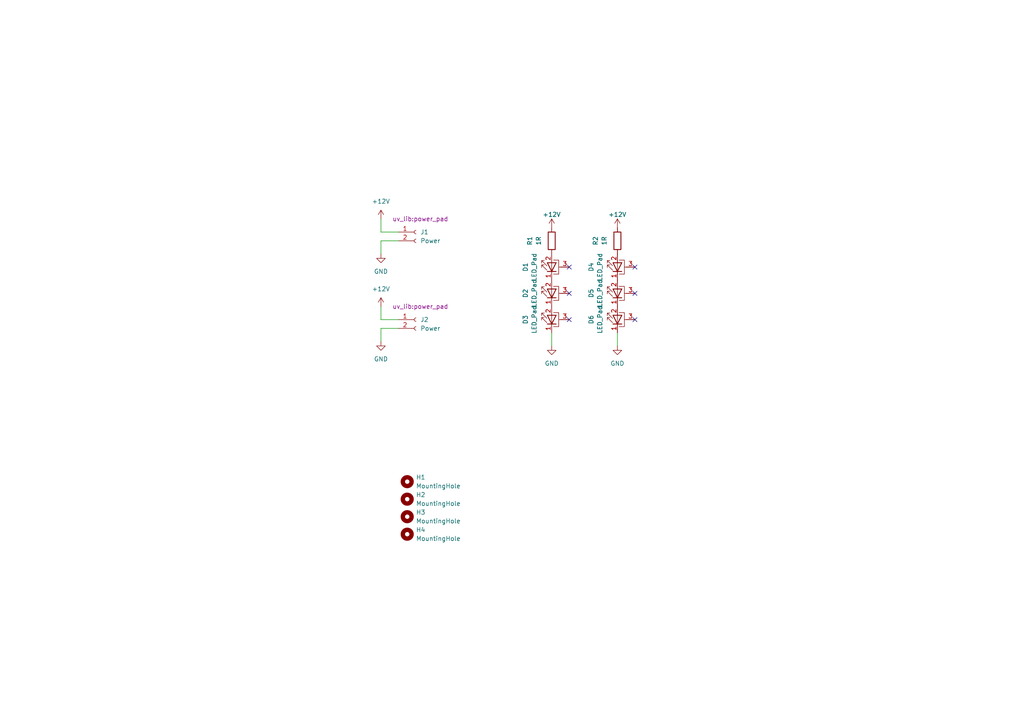
<source format=kicad_sch>
(kicad_sch (version 20211123) (generator eeschema)
  (paper "A4")
  (lib_symbols
    (symbol "Connector:Conn_01x02_Female" (pin_names (offset 1.016) hide)
      (property "Reference" "J" (at 0 2.54 0))
      (property "Value" "Conn_01x02_Female" (at 0 -5.08 0))
      (symbol "Conn_01x02_Female_1_1"
        (arc (start 0 -2.032) (mid -0.508 -2.54) (end 0 -3.048) (stroke (width 0.1524)))
        (polyline (pts (xy -1.27 -2.54) (xy -0.508 -2.54)) (stroke (width 0.1524)))
        (polyline (pts (xy -1.27 0) (xy -0.508 0)) (stroke (width 0.1524)))
        (arc (start 0 0.508) (mid -0.508 0) (end 0 -0.508) (stroke (width 0.1524)))
        (pin passive line (at -5.08 0 0) (length 3.81) (name "Pin_1") (number "1"))
        (pin passive line (at -5.08 -2.54 0) (length 3.81) (name "Pin_2") (number "2"))
      )
    )
    (symbol "Device:LED_Pad" (pin_names (offset 1.016) hide)
      (property "Reference" "D" (at 0 5.715 0))
      (property "Value" "LED_Pad" (at 0 3.81 0))
      (symbol "LED_Pad_0_1"
        (polyline (pts (xy -1.27 -1.27) (xy -1.27 1.27)) (stroke (width 0.254)))
        (polyline (pts (xy -1.27 0) (xy 1.27 0)))
        (polyline (pts (xy 0 -2.54) (xy 0 -2.032)))
        (polyline (pts (xy -2.032 -0.508) (xy -2.032 -2.032) (xy 2.032 -2.032) (xy 2.032 -0.508)))
        (polyline (pts (xy 1.27 -1.27) (xy 1.27 1.27) (xy -1.27 0) (xy 1.27 -1.27)) (stroke (width 0.254)))
        (polyline (pts (xy -0.889 1.397) (xy 0.635 2.921) (xy -0.127 2.921) (xy 0.635 2.921) (xy 0.635 2.159)))
        (polyline (pts (xy 0.381 1.397) (xy 1.905 2.921) (xy 1.143 2.921) (xy 1.905 2.921) (xy 1.905 2.159)))
      )
      (symbol "LED_Pad_1_1"
        (pin passive line (at -3.81 0 0) (length 2.54) (name "K") (number "1"))
        (pin passive line (at 3.81 0 180) (length 2.54) (name "A") (number "2"))
        (pin passive line (at 0 -5.08 90) (length 2.54) (name "PAD") (number "3"))
      )
    )
    (symbol "Device:R" (pin_numbers hide) (pin_names (offset 0))
      (property "Reference" "R" (at 2.032 0 90))
      (property "Value" "R" (at 0 0 90))
      (symbol "R_0_1"
        (rectangle (start -1.016 -2.54) (end 1.016 2.54) (stroke (width 0.254)))
      )
      (symbol "R_1_1"
        (pin passive line (at 0 3.81 270) (length 1.27) (name "~") (number "1"))
        (pin passive line (at 0 -3.81 90) (length 1.27) (name "~") (number "2"))
      )
    )
    (symbol "Mechanical:MountingHole" (pin_names (offset 1.016))
      (property "Reference" "H" (at 0 5.08 0))
      (property "Value" "MountingHole" (at 0 3.175 0))
      (symbol "MountingHole_0_1"
        (circle (center 0 0) (radius 1.27) (stroke (width 1.27)))
      )
    )
    (symbol "power:+12V" (power) (pin_names (offset 0))
      (property "Value" "+12V" (at 0 3.556 0))
      (symbol "+12V_0_1"
        (polyline (pts (xy -0.762 1.27) (xy 0 2.54)))
        (polyline (pts (xy 0 0) (xy 0 2.54)))
        (polyline (pts (xy 0 2.54) (xy 0.762 1.27)))
      )
      (symbol "+12V_1_1"
        (pin power_in line (at 0 0 90) (length 0) hide (name "+12V") (number "1"))
      )
    )
    (symbol "power:GND" (power) (pin_names (offset 0))
      (property "Value" "GND" (at 0 -3.81 0))
      (symbol "GND_0_1"
        (polyline (pts (xy 0 0) (xy 0 -1.27) (xy 1.27 -1.27) (xy 0 -2.54) (xy -1.27 -1.27) (xy 0 -1.27)))
      )
      (symbol "GND_1_1"
        (pin power_in line (at 0 0 270) (length 0) hide (name "GND") (number "1"))
      )
    )
  )
  (no_connect (at 184.15 85.09))
  (no_connect (at 165.1 77.47))
  (no_connect (at 165.1 85.09))
  (no_connect (at 184.15 77.47))
  (no_connect (at 184.15 92.71))
  (no_connect (at 165.1 92.71))
  (wire (pts (xy 110.49 69.85) (xy 115.57 69.85)))
  (wire (pts (xy 160.02 96.52) (xy 160.02 100.33)))
  (wire (pts (xy 110.49 88.9) (xy 110.49 92.71)))
  (wire (pts (xy 110.49 67.31) (xy 115.57 67.31)))
  (wire (pts (xy 110.49 95.25) (xy 115.57 95.25)))
  (wire (pts (xy 110.49 92.71) (xy 115.57 92.71)))
  (wire (pts (xy 110.49 73.66) (xy 110.49 69.85)))
  (wire (pts (xy 110.49 99.06) (xy 110.49 95.25)))
  (wire (pts (xy 179.07 96.52) (xy 179.07 100.33)))
  (wire (pts (xy 110.49 63.5) (xy 110.49 67.31)))
  (symbol (lib_id "power:GND") (at 160.02 100.33 0) (unit 1)
    (property "Reference" "#PWR06" (effects hide))
    (property "Value" "GND" (at 160.02 105.41 0))
  )
  (symbol (lib_id "Device:LED_Pad") (at 160.02 92.71 90) (unit 1)
    (property "Reference" "D3" (at 152.4 92.71 0))
    (property "Value" "LED_Pad" (at 154.94 92.71 0))
    (property "Footprint" "LED_SMD:LED_1W_3W_R8" (effects hide))
  )
  (symbol (lib_id "Device:LED_Pad") (at 179.07 77.47 90) (unit 1)
    (property "Reference" "D4" (at 171.45 77.47 0))
    (property "Value" "LED_Pad" (at 173.99 77.47 0))
    (property "Footprint" "LED_SMD:LED_1W_3W_R8" (effects hide))
  )
  (symbol (lib_id "Connector:Conn_01x02_Female") (at 120.65 67.31 0) (unit 1)
    (property "Reference" "J1" (at 121.92 67.3099 0) (effects (justify left)))
    (property "Value" "Power" (at 121.92 69.8499 0) (effects (justify left)))
    (property "Footprint" "uv_lib:power_pad" (at 121.92 63.5 0))
  )
  (symbol (lib_id "power:+12V") (at 160.02 66.04 0) (unit 1)
    (property "Reference" "#PWR05" (effects hide))
    (property "Value" "+12V" (at 160.02 62.23 0))
  )
  (symbol (lib_id "Mechanical:MountingHole") (at 118.11 139.7 0) (unit 1)
    (property "Reference" "H1" (at 120.65 138.4299 0) (effects (justify left)))
    (property "Value" "MountingHole" (at 120.65 140.9699 0) (effects (justify left)))
    (property "Footprint" "MountingHole:MountingHole_3.2mm_M3" (effects hide))
  )
  (symbol (lib_id "Mechanical:MountingHole") (at 118.11 144.78 0) (unit 1)
    (property "Reference" "H2" (at 120.65 143.5099 0) (effects (justify left)))
    (property "Value" "MountingHole" (at 120.65 146.0499 0) (effects (justify left)))
    (property "Footprint" "MountingHole:MountingHole_3.2mm_M3" (effects hide))
  )
  (symbol (lib_id "Device:R") (at 179.07 69.85 180) (unit 1)
    (property "Reference" "R2" (at 172.72 69.85 90))
    (property "Value" "1R" (at 175.26 69.85 90))
    (property "Footprint" "Resistor_SMD:R_2512_6332Metric" (effects hide))
  )
  (symbol (lib_id "power:GND") (at 110.49 73.66 0) (unit 1)
    (property "Reference" "#PWR02" (effects hide))
    (property "Value" "GND" (at 110.49 78.74 0))
  )
  (symbol (lib_id "power:+12V") (at 110.49 63.5 0) (unit 1)
    (property "Reference" "#PWR01" (effects hide))
    (property "Value" "+12V" (at 110.49 58.42 0))
  )
  (symbol (lib_id "Device:LED_Pad") (at 179.07 92.71 90) (unit 1)
    (property "Reference" "D6" (at 171.45 92.71 0))
    (property "Value" "LED_Pad" (at 173.99 92.71 0))
    (property "Footprint" "LED_SMD:LED_1W_3W_R8" (effects hide))
  )
  (symbol (lib_id "Device:LED_Pad") (at 179.07 85.09 90) (unit 1)
    (property "Reference" "D5" (at 171.45 85.09 0))
    (property "Value" "LED_Pad" (at 173.99 85.09 0))
    (property "Footprint" "LED_SMD:LED_1W_3W_R8" (effects hide))
  )
  (symbol (lib_id "power:+12V") (at 179.07 66.04 0) (unit 1)
    (property "Reference" "#PWR07" (effects hide))
    (property "Value" "+12V" (at 179.07 62.23 0))
  )
  (symbol (lib_id "Device:LED_Pad") (at 160.02 77.47 90) (unit 1)
    (property "Reference" "D1" (at 152.4 77.47 0))
    (property "Value" "LED_Pad" (at 154.94 77.47 0))
    (property "Footprint" "LED_SMD:LED_1W_3W_R8" (effects hide))
  )
  (symbol (lib_id "Mechanical:MountingHole") (at 118.11 154.94 0) (unit 1)
    (property "Reference" "H4" (at 120.65 153.6699 0) (effects (justify left)))
    (property "Value" "MountingHole" (at 120.65 156.2099 0) (effects (justify left)))
    (property "Footprint" "MountingHole:MountingHole_3.2mm_M3" (effects hide))
  )
  (symbol (lib_id "power:+12V") (at 110.49 88.9 0) (unit 1)
    (property "Reference" "#PWR03" (effects hide))
    (property "Value" "+12V" (at 110.49 83.82 0))
  )
  (symbol (lib_id "Device:R") (at 160.02 69.85 180) (unit 1)
    (property "Reference" "R1" (at 153.67 69.85 90))
    (property "Value" "1R" (at 156.21 69.85 90))
    (property "Footprint" "Resistor_SMD:R_2512_6332Metric" (effects hide))
  )
  (symbol (lib_id "Mechanical:MountingHole") (at 118.11 149.86 0) (unit 1)
    (property "Reference" "H3" (at 120.65 148.5899 0) (effects (justify left)))
    (property "Value" "MountingHole" (at 120.65 151.1299 0) (effects (justify left)))
    (property "Footprint" "MountingHole:MountingHole_3.2mm_M3" (effects hide))
  )
  (symbol (lib_id "power:GND") (at 110.49 99.06 0) (unit 1)
    (property "Reference" "#PWR04" (effects hide))
    (property "Value" "GND" (at 110.49 104.14 0))
  )
  (symbol (lib_id "Device:LED_Pad") (at 160.02 85.09 90) (unit 1)
    (property "Reference" "D2" (at 152.4 85.09 0))
    (property "Value" "LED_Pad" (at 154.94 85.09 0))
    (property "Footprint" "LED_SMD:LED_1W_3W_R8" (effects hide))
  )
  (symbol (lib_id "power:GND") (at 179.07 100.33 0) (unit 1)
    (property "Reference" "#PWR08" (effects hide))
    (property "Value" "GND" (at 179.07 105.41 0))
  )
  (symbol (lib_id "Connector:Conn_01x02_Female") (at 120.65 92.71 0) (unit 1)
    (property "Reference" "J2" (at 121.92 92.7099 0) (effects (justify left)))
    (property "Value" "Power" (at 121.92 95.2499 0) (effects (justify left)))
    (property "Footprint" "uv_lib:power_pad" (at 121.92 88.9 0))
  )
)
</source>
